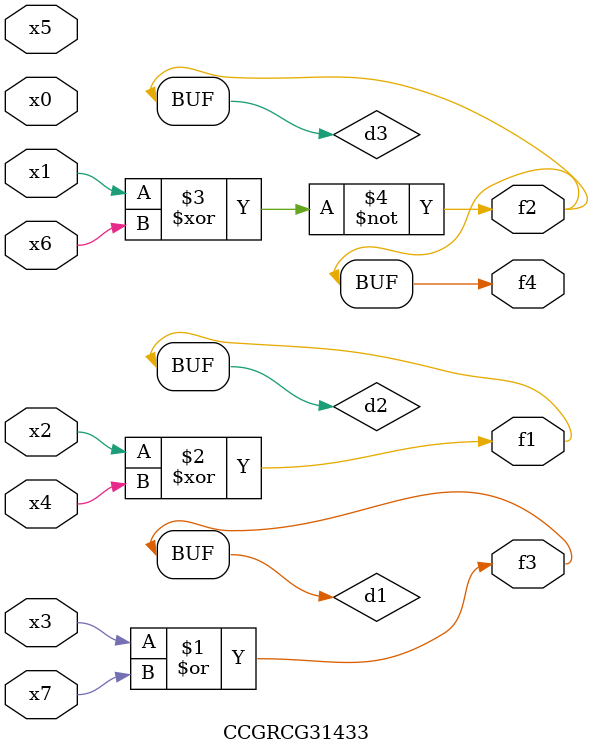
<source format=v>
module CCGRCG31433(
	input x0, x1, x2, x3, x4, x5, x6, x7,
	output f1, f2, f3, f4
);

	wire d1, d2, d3;

	or (d1, x3, x7);
	xor (d2, x2, x4);
	xnor (d3, x1, x6);
	assign f1 = d2;
	assign f2 = d3;
	assign f3 = d1;
	assign f4 = d3;
endmodule

</source>
